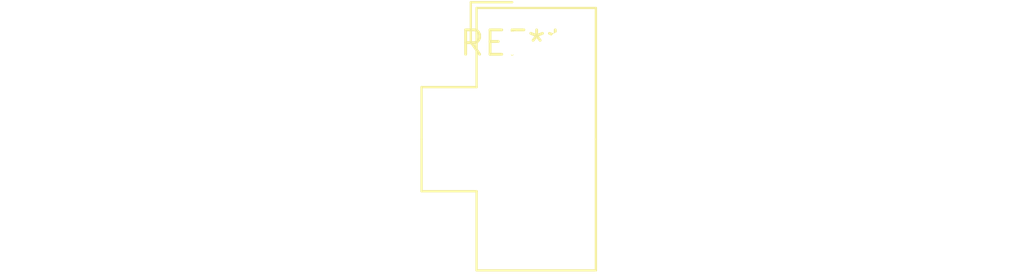
<source format=kicad_pcb>
(kicad_pcb (version 20240108) (generator pcbnew)
  (layers (0 "F.Cu" signal) (31 "B.Cu" signal) (34 "B.Paste" user) (35 "F.Paste" user) (36 "B.SilkS" user "B.Silkscreen") (37 "F.SilkS" user "F.Silkscreen") (38 "B.Mask" user) (39 "F.Mask" user) (44 "Edge.Cuts" user))
  (net 0 "")
  (footprint "Molex_Nano-Fit_105310-xx10_2x05_P2.50mm_Vertical" (layer "F.Cu") (at 0 0)
    (property "Reference" "REF**")
    (property "Value" "Molex_Nano-Fit_105310-xx10_2x05_P2.50mm_Vertical")
    (fp_line (start -4.71 2.29) (end -4.71 5) (layer "F.SilkS") (stroke (width 0.12)))
    (fp_line (start -4.71 7.71) (end -4.71 5) (layer "F.SilkS") (stroke (width 0.12)))
    (fp_line (start -2.15 -2.13) (end -2.15 0) (layer "F.SilkS") (stroke (width 0.12)))
    (fp_line (start -1.85 -1.83) (end -1.85 2.29) (layer "F.SilkS") (stroke (width 0.12)))
    (fp_line (start -1.85 2.29) (end -4.71 2.29) (layer "F.SilkS") (stroke (width 0.12)))
    (fp_line (start -1.85 7.71) (end -4.71 7.71) (layer "F.SilkS") (stroke (width 0.12)))
    (fp_line (start -1.85 11.83) (end -1.85 7.71) (layer "F.SilkS") (stroke (width 0.12)))
    (fp_line (start 0 -2.13) (end -2.15 -2.13) (layer "F.SilkS") (stroke (width 0.12)))
    (fp_line (start 4.35 -1.83) (end -1.85 -1.83) (layer "F.SilkS") (stroke (width 0.12)))
    (fp_line (start 4.35 5) (end 4.35 -1.83) (layer "F.SilkS") (stroke (width 0.12)))
    (fp_line (start 4.35 5) (end 4.35 11.83) (layer "F.SilkS") (stroke (width 0.12)))
    (fp_line (start 4.35 11.83) (end -1.85 11.83) (layer "F.SilkS") (stroke (width 0.12)))
    (pad "" np_thru_hole circle (at -1.34 3.75) (size 1.3 1.3) (drill 1.3) (layers *.Cu *.Mask))
    (pad "1" thru_hole roundrect (at 0 0) (size 1.7 1.7) (drill 1.2) (layers *.Cu *.Mask) (remove_unused_layers) (roundrect_rratio 0.147059))
    (pad "2" thru_hole circle (at 0 2.5) (size 1.7 1.7) (drill 1.2) (layers *.Cu *.Mask) (remove_unused_layers))
    (pad "3" thru_hole circle (at 0 5) (size 1.7 1.7) (drill 1.2) (layers *.Cu *.Mask) (remove_unused_layers))
    (pad "4" thru_hole circle (at 0 7.5) (size 1.7 1.7) (drill 1.2) (layers *.Cu *.Mask) (remove_unused_layers))
    (pad "5" thru_hole circle (at 0 10) (size 1.7 1.7) (drill 1.2) (layers *.Cu *.Mask) (remove_unused_layers))
    (pad "6" thru_hole circle (at 2.5 0) (size 1.7 1.7) (drill 1.2) (layers *.Cu *.Mask) (remove_unused_layers))
    (pad "7" thru_hole circle (at 2.5 2.5) (size 1.7 1.7) (drill 1.2) (layers *.Cu *.Mask) (remove_unused_layers))
    (pad "8" thru_hole circle (at 2.5 5) (size 1.7 1.7) (drill 1.2) (layers *.Cu *.Mask) (remove_unused_layers))
    (pad "9" thru_hole circle (at 2.5 7.5) (size 1.7 1.7) (drill 1.2) (layers *.Cu *.Mask) (remove_unused_layers))
    (pad "10" thru_hole circle (at 2.5 10) (size 1.7 1.7) (drill 1.2) (layers *.Cu *.Mask) (remove_unused_layers))
  )
)
</source>
